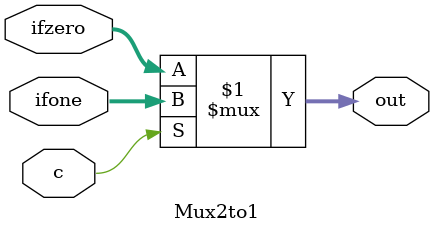
<source format=v>
`timescale 1ns / 1ps


module Mux2to1(input [31:0] ifone, ifzero,input c , output [0:31] out );

assign out=c? ifone :ifzero;
endmodule

</source>
